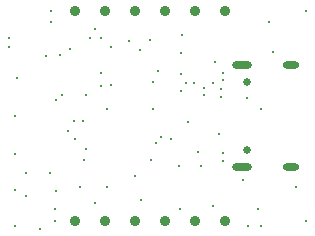
<source format=gbr>
%TF.GenerationSoftware,Altium Limited,Altium Designer,19.0.15 (446)*%
G04 Layer_Color=0*
%FSLAX45Y45*%
%MOMM*%
%TF.FileFunction,Plated,1,4,PTH,Drill*%
%TF.Part,Single*%
G01*
G75*
%TA.AperFunction,ComponentDrill*%
%ADD68C,0.90000*%
%ADD69O,1.40000X0.60000*%
%ADD70O,1.70000X0.60000*%
%ADD71C,0.65000*%
%TA.AperFunction,ViaDrill,NotFilled*%
%ADD72C,0.30000*%
D68*
X10414000Y5334000D02*
D03*
X10668000D02*
D03*
X10160000D02*
D03*
X9906000D02*
D03*
X10922000D02*
D03*
X11176000D02*
D03*
X10414000Y7112000D02*
D03*
X10668000D02*
D03*
X10160000D02*
D03*
X9906000D02*
D03*
X10922000D02*
D03*
X11176000D02*
D03*
D69*
X11731250Y6655000D02*
D03*
Y5791000D02*
D03*
D70*
X11313250Y6655000D02*
D03*
Y5791000D02*
D03*
D71*
X11363250Y5934000D02*
D03*
Y6512000D02*
D03*
D72*
X9779000Y6741645D02*
D03*
X11090000Y6682944D02*
D03*
X11480800Y5295900D02*
D03*
X11366500D02*
D03*
X9731968Y5435600D02*
D03*
Y5332500D02*
D03*
X10561660Y6512000D02*
D03*
X10071100Y6959600D02*
D03*
X10604500Y6604000D02*
D03*
X10998200Y6400800D02*
D03*
X11067800Y6506168D02*
D03*
X11480800Y6286500D02*
D03*
X10464800Y5511800D02*
D03*
X10071100Y5486400D02*
D03*
X11582400Y6769100D02*
D03*
X11363250Y6375400D02*
D03*
X11137900Y6388100D02*
D03*
X11328400Y5686000D02*
D03*
X11125200Y6070600D02*
D03*
X11160000Y5912198D02*
D03*
Y5842000D02*
D03*
X11772900Y5624600D02*
D03*
X10548496Y5854700D02*
D03*
X10210800Y6489700D02*
D03*
X9994900Y6400800D02*
D03*
Y5943600D02*
D03*
X9969500Y6184900D02*
D03*
X9486900Y5549900D02*
D03*
X9893300Y6184900D02*
D03*
X9486900Y5740400D02*
D03*
X10795000Y5435600D02*
D03*
X9842500Y6098000D02*
D03*
X11074400Y5461000D02*
D03*
X9906000Y6032500D02*
D03*
X10172700Y5624600D02*
D03*
X9982200Y5854700D02*
D03*
X9791700Y6400800D02*
D03*
X9740900Y6362700D02*
D03*
X9661257Y6731000D02*
D03*
X10172700Y6286500D02*
D03*
X10566400D02*
D03*
X10121900Y6888005D02*
D03*
Y6477000D02*
D03*
X9690100Y5740400D02*
D03*
X10409022Y5716600D02*
D03*
X10591800Y5994400D02*
D03*
X10629900Y6048000D02*
D03*
X9740900Y5588000D02*
D03*
X9944100Y5624600D02*
D03*
X9605000Y5270500D02*
D03*
X9398000Y5295900D02*
D03*
Y5600700D02*
D03*
Y5903000D02*
D03*
Y6223000D02*
D03*
X9410700Y6543000D02*
D03*
X9347200Y6883400D02*
D03*
Y6804130D02*
D03*
X9702800Y7112000D02*
D03*
Y7023100D02*
D03*
X9860689Y6789011D02*
D03*
X10033000Y6883400D02*
D03*
X10121900Y6591300D02*
D03*
X10452100Y6781800D02*
D03*
X10363200Y6858000D02*
D03*
X10210800Y6807200D02*
D03*
X11544300Y7021600D02*
D03*
X11861800Y7112000D02*
D03*
X10947400Y5916600D02*
D03*
X10858500Y6172200D02*
D03*
X10718800Y6032500D02*
D03*
X10782300Y5803900D02*
D03*
X10972800D02*
D03*
X11160000Y6591300D02*
D03*
Y6527800D02*
D03*
X10538070Y6870700D02*
D03*
X10803700Y6756400D02*
D03*
X10807700Y6908800D02*
D03*
X10803700Y6434900D02*
D03*
Y6578600D02*
D03*
X10909300Y6506168D02*
D03*
X10845800D02*
D03*
X10998200Y6464300D02*
D03*
X11137900Y6451600D02*
D03*
X11455400Y5435600D02*
D03*
X11861800Y5334000D02*
D03*
%TF.MD5,25e7bae8499048599b7d2d2c743e56d9*%
M02*

</source>
